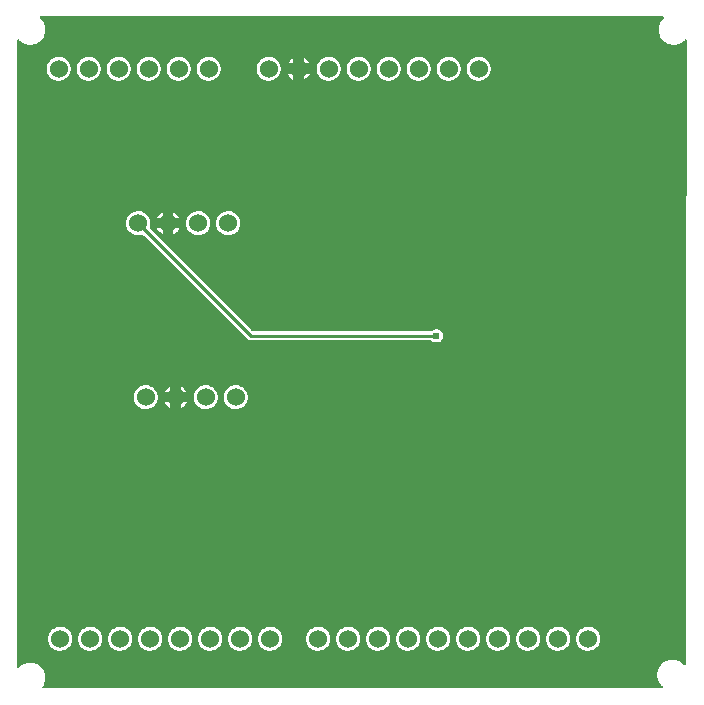
<source format=gbl>
G04 Layer: BottomLayer*
G04 EasyEDA v6.5.14, 2022-08-24 20:25:52*
G04 37d94133e9fb4008a465715c89777dd1,10*
G04 Gerber Generator version 0.2*
G04 Scale: 100 percent, Rotated: No, Reflected: No *
G04 Dimensions in millimeters *
G04 leading zeros omitted , absolute positions ,4 integer and 5 decimal *
%FSLAX45Y45*%
%MOMM*%

%ADD10C,0.2540*%
%ADD11C,1.5240*%
%ADD12C,0.6100*%

%LPD*%
G36*
X6437477Y5003800D02*
G01*
X6433108Y5004816D01*
X6429552Y5007610D01*
X6427571Y5011623D01*
X6427571Y5016144D01*
X6429502Y5020259D01*
X6437477Y5033467D01*
X6443827Y5047488D01*
X6448399Y5062169D01*
X6451142Y5077307D01*
X6452108Y5092700D01*
X6451142Y5108092D01*
X6448399Y5123230D01*
X6443827Y5137912D01*
X6437477Y5151932D01*
X6429502Y5165140D01*
X6420002Y5177231D01*
X6409131Y5188102D01*
X6397040Y5197602D01*
X6383832Y5205577D01*
X6369812Y5211927D01*
X6355130Y5216499D01*
X6339992Y5219242D01*
X6324600Y5220208D01*
X6309207Y5219242D01*
X6294069Y5216499D01*
X6279388Y5211927D01*
X6265367Y5205577D01*
X6252159Y5197602D01*
X6240068Y5188102D01*
X6228943Y5176977D01*
X6225794Y5174284D01*
X6221780Y5173116D01*
X6217666Y5173624D01*
X6214059Y5175758D01*
X6211671Y5179161D01*
X6210808Y5183225D01*
X6210808Y10488574D01*
X6211671Y10492638D01*
X6214059Y10496042D01*
X6217666Y10498175D01*
X6221780Y10498683D01*
X6225794Y10497515D01*
X6229197Y10494568D01*
X6240068Y10483697D01*
X6252159Y10474198D01*
X6265367Y10466222D01*
X6279388Y10459872D01*
X6294069Y10455300D01*
X6309207Y10452557D01*
X6324600Y10451592D01*
X6339992Y10452557D01*
X6355130Y10455300D01*
X6369812Y10459872D01*
X6383832Y10466222D01*
X6397040Y10474198D01*
X6409131Y10483697D01*
X6420002Y10494568D01*
X6429502Y10506659D01*
X6437477Y10519867D01*
X6443827Y10533888D01*
X6448399Y10548569D01*
X6451142Y10563707D01*
X6452108Y10579100D01*
X6451142Y10594492D01*
X6448399Y10609630D01*
X6443827Y10624312D01*
X6437477Y10638332D01*
X6429502Y10651540D01*
X6420002Y10663631D01*
X6408877Y10674756D01*
X6406184Y10677906D01*
X6405016Y10681919D01*
X6405524Y10686034D01*
X6407658Y10689640D01*
X6411061Y10692028D01*
X6415125Y10692892D01*
X11682374Y10692892D01*
X11686438Y10692028D01*
X11689842Y10689640D01*
X11691975Y10686034D01*
X11692483Y10681919D01*
X11691315Y10677906D01*
X11688368Y10674502D01*
X11677497Y10663631D01*
X11667998Y10651540D01*
X11660022Y10638332D01*
X11653672Y10624312D01*
X11649100Y10609630D01*
X11646357Y10594492D01*
X11645392Y10579100D01*
X11646357Y10563707D01*
X11649100Y10548569D01*
X11653672Y10533888D01*
X11660022Y10519867D01*
X11667998Y10506659D01*
X11677497Y10494568D01*
X11688368Y10483697D01*
X11700459Y10474198D01*
X11713667Y10466222D01*
X11727688Y10459872D01*
X11742369Y10455300D01*
X11757507Y10452557D01*
X11772900Y10451592D01*
X11788292Y10452557D01*
X11803430Y10455300D01*
X11818112Y10459872D01*
X11832132Y10466222D01*
X11845340Y10474198D01*
X11857431Y10483697D01*
X11868353Y10494568D01*
X11871655Y10496753D01*
X11875516Y10497515D01*
X11879427Y10496753D01*
X11882729Y10494518D01*
X11884914Y10491216D01*
X11885676Y10487355D01*
X11873992Y7836052D01*
X11873992Y5208625D01*
X11873128Y5204561D01*
X11870740Y5201158D01*
X11867134Y5199024D01*
X11863019Y5198516D01*
X11859006Y5199684D01*
X11855602Y5202631D01*
X11844731Y5213502D01*
X11832640Y5223002D01*
X11819432Y5230977D01*
X11805412Y5237327D01*
X11790730Y5241899D01*
X11775592Y5244642D01*
X11760200Y5245608D01*
X11744807Y5244642D01*
X11729669Y5241899D01*
X11714988Y5237327D01*
X11700967Y5230977D01*
X11687759Y5223002D01*
X11675668Y5213502D01*
X11664797Y5202631D01*
X11655298Y5190540D01*
X11647322Y5177332D01*
X11640972Y5163312D01*
X11636400Y5148630D01*
X11633657Y5133492D01*
X11632692Y5118100D01*
X11633657Y5102707D01*
X11636400Y5087569D01*
X11640972Y5072888D01*
X11647322Y5058867D01*
X11655298Y5045659D01*
X11664797Y5033568D01*
X11675668Y5022697D01*
X11679275Y5018786D01*
X11680444Y5014772D01*
X11679885Y5010658D01*
X11677751Y5007051D01*
X11674398Y5004663D01*
X11670284Y5003800D01*
G37*

%LPC*%
G36*
X8506104Y10293350D02*
G01*
X8553450Y10293350D01*
X8553450Y10340695D01*
X8542985Y10334955D01*
X8532012Y10326878D01*
X8522208Y10317378D01*
X8513724Y10306659D01*
X8506764Y10294924D01*
G37*
G36*
X9775596Y5320893D02*
G01*
X9789210Y5321350D01*
X9802672Y5323586D01*
X9815677Y5327650D01*
X9828072Y5333390D01*
X9839553Y5340705D01*
X9849967Y5349494D01*
X9859111Y5359654D01*
X9866833Y5370880D01*
X9872980Y5383022D01*
X9877450Y5395925D01*
X9880193Y5409285D01*
X9881108Y5422900D01*
X9880193Y5436514D01*
X9877450Y5449874D01*
X9872980Y5462778D01*
X9866833Y5474919D01*
X9859111Y5486146D01*
X9849967Y5496306D01*
X9839553Y5505094D01*
X9828072Y5512409D01*
X9815677Y5518150D01*
X9802672Y5522214D01*
X9789210Y5524449D01*
X9775596Y5524906D01*
X9762032Y5523585D01*
X9748774Y5520385D01*
X9736023Y5515508D01*
X9724085Y5508955D01*
X9713112Y5500878D01*
X9703308Y5491378D01*
X9694824Y5480659D01*
X9687864Y5468924D01*
X9682581Y5456377D01*
X9678974Y5443220D01*
X9677146Y5429707D01*
X9677146Y5416092D01*
X9678974Y5402580D01*
X9682581Y5389422D01*
X9687864Y5376875D01*
X9694824Y5365140D01*
X9703308Y5354421D01*
X9713112Y5344922D01*
X9724085Y5336844D01*
X9736023Y5330291D01*
X9748774Y5325414D01*
X9762032Y5322214D01*
G37*
G36*
X7591196Y5320893D02*
G01*
X7604810Y5321350D01*
X7618272Y5323586D01*
X7631277Y5327650D01*
X7643672Y5333390D01*
X7655153Y5340705D01*
X7665567Y5349494D01*
X7674711Y5359654D01*
X7682433Y5370880D01*
X7688580Y5383022D01*
X7693050Y5395925D01*
X7695793Y5409285D01*
X7696708Y5422900D01*
X7695793Y5436514D01*
X7693050Y5449874D01*
X7688580Y5462778D01*
X7682433Y5474919D01*
X7674711Y5486146D01*
X7665567Y5496306D01*
X7655153Y5505094D01*
X7643672Y5512409D01*
X7631277Y5518150D01*
X7618272Y5522214D01*
X7604810Y5524449D01*
X7591196Y5524906D01*
X7577632Y5523585D01*
X7564374Y5520385D01*
X7551623Y5515508D01*
X7539685Y5508955D01*
X7528712Y5500878D01*
X7518908Y5491378D01*
X7510424Y5480659D01*
X7503464Y5468924D01*
X7498181Y5456377D01*
X7494574Y5443220D01*
X7492746Y5429707D01*
X7492746Y5416092D01*
X7494574Y5402580D01*
X7498181Y5389422D01*
X7503464Y5376875D01*
X7510424Y5365140D01*
X7518908Y5354421D01*
X7528712Y5344922D01*
X7539685Y5336844D01*
X7551623Y5330291D01*
X7564374Y5325414D01*
X7577632Y5322214D01*
G37*
G36*
X10029596Y5320893D02*
G01*
X10043210Y5321350D01*
X10056672Y5323586D01*
X10069677Y5327650D01*
X10082072Y5333390D01*
X10093553Y5340705D01*
X10103967Y5349494D01*
X10113111Y5359654D01*
X10120833Y5370880D01*
X10126980Y5383022D01*
X10131450Y5395925D01*
X10134193Y5409285D01*
X10135108Y5422900D01*
X10134193Y5436514D01*
X10131450Y5449874D01*
X10126980Y5462778D01*
X10120833Y5474919D01*
X10113111Y5486146D01*
X10103967Y5496306D01*
X10093553Y5505094D01*
X10082072Y5512409D01*
X10069677Y5518150D01*
X10056672Y5522214D01*
X10043210Y5524449D01*
X10029596Y5524906D01*
X10016032Y5523585D01*
X10002774Y5520385D01*
X9990023Y5515508D01*
X9978085Y5508955D01*
X9967112Y5500878D01*
X9957308Y5491378D01*
X9948824Y5480659D01*
X9941864Y5468924D01*
X9936581Y5456377D01*
X9932974Y5443220D01*
X9931146Y5429707D01*
X9931146Y5416092D01*
X9932974Y5402580D01*
X9936581Y5389422D01*
X9941864Y5376875D01*
X9948824Y5365140D01*
X9957308Y5354421D01*
X9967112Y5344922D01*
X9978085Y5336844D01*
X9990023Y5330291D01*
X10002774Y5325414D01*
X10016032Y5322214D01*
G37*
G36*
X7337196Y5320893D02*
G01*
X7350810Y5321350D01*
X7364272Y5323586D01*
X7377277Y5327650D01*
X7389672Y5333390D01*
X7401153Y5340705D01*
X7411567Y5349494D01*
X7420711Y5359654D01*
X7428433Y5370880D01*
X7434580Y5383022D01*
X7439050Y5395925D01*
X7441793Y5409285D01*
X7442708Y5422900D01*
X7441793Y5436514D01*
X7439050Y5449874D01*
X7434580Y5462778D01*
X7428433Y5474919D01*
X7420711Y5486146D01*
X7411567Y5496306D01*
X7401153Y5505094D01*
X7389672Y5512409D01*
X7377277Y5518150D01*
X7364272Y5522214D01*
X7350810Y5524449D01*
X7337196Y5524906D01*
X7323632Y5523585D01*
X7310374Y5520385D01*
X7297623Y5515508D01*
X7285685Y5508955D01*
X7274712Y5500878D01*
X7264908Y5491378D01*
X7256424Y5480659D01*
X7249464Y5468924D01*
X7244181Y5456377D01*
X7240574Y5443220D01*
X7238746Y5429707D01*
X7238746Y5416092D01*
X7240574Y5402580D01*
X7244181Y5389422D01*
X7249464Y5376875D01*
X7256424Y5365140D01*
X7264908Y5354421D01*
X7274712Y5344922D01*
X7285685Y5336844D01*
X7297623Y5330291D01*
X7310374Y5325414D01*
X7323632Y5322214D01*
G37*
G36*
X10283596Y5320893D02*
G01*
X10297210Y5321350D01*
X10310672Y5323586D01*
X10323677Y5327650D01*
X10336072Y5333390D01*
X10347553Y5340705D01*
X10357967Y5349494D01*
X10367111Y5359654D01*
X10374833Y5370880D01*
X10380980Y5383022D01*
X10385450Y5395925D01*
X10388193Y5409285D01*
X10389108Y5422900D01*
X10388193Y5436514D01*
X10385450Y5449874D01*
X10380980Y5462778D01*
X10374833Y5474919D01*
X10367111Y5486146D01*
X10357967Y5496306D01*
X10347553Y5505094D01*
X10336072Y5512409D01*
X10323677Y5518150D01*
X10310672Y5522214D01*
X10297210Y5524449D01*
X10283596Y5524906D01*
X10270032Y5523585D01*
X10256774Y5520385D01*
X10244023Y5515508D01*
X10232085Y5508955D01*
X10221112Y5500878D01*
X10211308Y5491378D01*
X10202824Y5480659D01*
X10195864Y5468924D01*
X10190581Y5456377D01*
X10186974Y5443220D01*
X10185146Y5429707D01*
X10185146Y5416092D01*
X10186974Y5402580D01*
X10190581Y5389422D01*
X10195864Y5376875D01*
X10202824Y5365140D01*
X10211308Y5354421D01*
X10221112Y5344922D01*
X10232085Y5336844D01*
X10244023Y5330291D01*
X10256774Y5325414D01*
X10270032Y5322214D01*
G37*
G36*
X9521596Y5320893D02*
G01*
X9535210Y5321350D01*
X9548672Y5323586D01*
X9561677Y5327650D01*
X9574072Y5333390D01*
X9585553Y5340705D01*
X9595967Y5349494D01*
X9605111Y5359654D01*
X9612833Y5370880D01*
X9618980Y5383022D01*
X9623450Y5395925D01*
X9626193Y5409285D01*
X9627108Y5422900D01*
X9626193Y5436514D01*
X9623450Y5449874D01*
X9618980Y5462778D01*
X9612833Y5474919D01*
X9605111Y5486146D01*
X9595967Y5496306D01*
X9585553Y5505094D01*
X9574072Y5512409D01*
X9561677Y5518150D01*
X9548672Y5522214D01*
X9535210Y5524449D01*
X9521596Y5524906D01*
X9508032Y5523585D01*
X9494774Y5520385D01*
X9482023Y5515508D01*
X9470085Y5508955D01*
X9459112Y5500878D01*
X9449308Y5491378D01*
X9440824Y5480659D01*
X9433864Y5468924D01*
X9428581Y5456377D01*
X9424974Y5443220D01*
X9423146Y5429707D01*
X9423146Y5416092D01*
X9424974Y5402580D01*
X9428581Y5389422D01*
X9433864Y5376875D01*
X9440824Y5365140D01*
X9449308Y5354421D01*
X9459112Y5344922D01*
X9470085Y5336844D01*
X9482023Y5330291D01*
X9494774Y5325414D01*
X9508032Y5322214D01*
G37*
G36*
X8099196Y5320893D02*
G01*
X8112810Y5321350D01*
X8126272Y5323586D01*
X8139277Y5327650D01*
X8151672Y5333390D01*
X8163153Y5340705D01*
X8173567Y5349494D01*
X8182711Y5359654D01*
X8190433Y5370880D01*
X8196580Y5383022D01*
X8201050Y5395925D01*
X8203793Y5409285D01*
X8204708Y5422900D01*
X8203793Y5436514D01*
X8201050Y5449874D01*
X8196580Y5462778D01*
X8190433Y5474919D01*
X8182711Y5486146D01*
X8173567Y5496306D01*
X8163153Y5505094D01*
X8151672Y5512409D01*
X8139277Y5518150D01*
X8126272Y5522214D01*
X8112810Y5524449D01*
X8099196Y5524906D01*
X8085632Y5523585D01*
X8072374Y5520385D01*
X8059623Y5515508D01*
X8047685Y5508955D01*
X8036712Y5500878D01*
X8026908Y5491378D01*
X8018424Y5480659D01*
X8011464Y5468924D01*
X8006181Y5456377D01*
X8002574Y5443220D01*
X8000746Y5429707D01*
X8000746Y5416092D01*
X8002574Y5402580D01*
X8006181Y5389422D01*
X8011464Y5376875D01*
X8018424Y5365140D01*
X8026908Y5354421D01*
X8036712Y5344922D01*
X8047685Y5336844D01*
X8059623Y5330291D01*
X8072374Y5325414D01*
X8085632Y5322214D01*
G37*
G36*
X9267596Y5320893D02*
G01*
X9281210Y5321350D01*
X9294672Y5323586D01*
X9307677Y5327650D01*
X9320072Y5333390D01*
X9331553Y5340705D01*
X9341967Y5349494D01*
X9351111Y5359654D01*
X9358833Y5370880D01*
X9364980Y5383022D01*
X9369450Y5395925D01*
X9372193Y5409285D01*
X9373108Y5422900D01*
X9372193Y5436514D01*
X9369450Y5449874D01*
X9364980Y5462778D01*
X9358833Y5474919D01*
X9351111Y5486146D01*
X9341967Y5496306D01*
X9331553Y5505094D01*
X9320072Y5512409D01*
X9307677Y5518150D01*
X9294672Y5522214D01*
X9281210Y5524449D01*
X9267596Y5524906D01*
X9254032Y5523585D01*
X9240774Y5520385D01*
X9228023Y5515508D01*
X9216085Y5508955D01*
X9205112Y5500878D01*
X9195308Y5491378D01*
X9186824Y5480659D01*
X9179864Y5468924D01*
X9174581Y5456377D01*
X9170974Y5443220D01*
X9169146Y5429707D01*
X9169146Y5416092D01*
X9170974Y5402580D01*
X9174581Y5389422D01*
X9179864Y5376875D01*
X9186824Y5365140D01*
X9195308Y5354421D01*
X9205112Y5344922D01*
X9216085Y5336844D01*
X9228023Y5330291D01*
X9240774Y5325414D01*
X9254032Y5322214D01*
G37*
G36*
X7083196Y5320893D02*
G01*
X7096810Y5321350D01*
X7110272Y5323586D01*
X7123277Y5327650D01*
X7135672Y5333390D01*
X7147153Y5340705D01*
X7157567Y5349494D01*
X7166711Y5359654D01*
X7174433Y5370880D01*
X7180580Y5383022D01*
X7185050Y5395925D01*
X7187793Y5409285D01*
X7188708Y5422900D01*
X7187793Y5436514D01*
X7185050Y5449874D01*
X7180580Y5462778D01*
X7174433Y5474919D01*
X7166711Y5486146D01*
X7157567Y5496306D01*
X7147153Y5505094D01*
X7135672Y5512409D01*
X7123277Y5518150D01*
X7110272Y5522214D01*
X7096810Y5524449D01*
X7083196Y5524906D01*
X7069632Y5523585D01*
X7056374Y5520385D01*
X7043623Y5515508D01*
X7031685Y5508955D01*
X7020712Y5500878D01*
X7010908Y5491378D01*
X7002424Y5480659D01*
X6995464Y5468924D01*
X6990181Y5456377D01*
X6986574Y5443220D01*
X6984746Y5429707D01*
X6984746Y5416092D01*
X6986574Y5402580D01*
X6990181Y5389422D01*
X6995464Y5376875D01*
X7002424Y5365140D01*
X7010908Y5354421D01*
X7020712Y5344922D01*
X7031685Y5336844D01*
X7043623Y5330291D01*
X7056374Y5325414D01*
X7069632Y5322214D01*
G37*
G36*
X10537596Y5320893D02*
G01*
X10551210Y5321350D01*
X10564672Y5323586D01*
X10577677Y5327650D01*
X10590072Y5333390D01*
X10601553Y5340705D01*
X10611967Y5349494D01*
X10621111Y5359654D01*
X10628833Y5370880D01*
X10634980Y5383022D01*
X10639450Y5395925D01*
X10642193Y5409285D01*
X10643108Y5422900D01*
X10642193Y5436514D01*
X10639450Y5449874D01*
X10634980Y5462778D01*
X10628833Y5474919D01*
X10621111Y5486146D01*
X10611967Y5496306D01*
X10601553Y5505094D01*
X10590072Y5512409D01*
X10577677Y5518150D01*
X10564672Y5522214D01*
X10551210Y5524449D01*
X10537596Y5524906D01*
X10524032Y5523585D01*
X10510774Y5520385D01*
X10498023Y5515508D01*
X10486085Y5508955D01*
X10475112Y5500878D01*
X10465308Y5491378D01*
X10456824Y5480659D01*
X10449864Y5468924D01*
X10444581Y5456377D01*
X10440974Y5443220D01*
X10439146Y5429707D01*
X10439146Y5416092D01*
X10440974Y5402580D01*
X10444581Y5389422D01*
X10449864Y5376875D01*
X10456824Y5365140D01*
X10465308Y5354421D01*
X10475112Y5344922D01*
X10486085Y5336844D01*
X10498023Y5330291D01*
X10510774Y5325414D01*
X10524032Y5322214D01*
G37*
G36*
X8353196Y5320893D02*
G01*
X8366810Y5321350D01*
X8380272Y5323586D01*
X8393277Y5327650D01*
X8405672Y5333390D01*
X8417153Y5340705D01*
X8427567Y5349494D01*
X8436711Y5359654D01*
X8444433Y5370880D01*
X8450580Y5383022D01*
X8455050Y5395925D01*
X8457793Y5409285D01*
X8458708Y5422900D01*
X8457793Y5436514D01*
X8455050Y5449874D01*
X8450580Y5462778D01*
X8444433Y5474919D01*
X8436711Y5486146D01*
X8427567Y5496306D01*
X8417153Y5505094D01*
X8405672Y5512409D01*
X8393277Y5518150D01*
X8380272Y5522214D01*
X8366810Y5524449D01*
X8353196Y5524906D01*
X8339632Y5523585D01*
X8326374Y5520385D01*
X8313623Y5515508D01*
X8301685Y5508955D01*
X8290712Y5500878D01*
X8280908Y5491378D01*
X8272424Y5480659D01*
X8265464Y5468924D01*
X8260181Y5456377D01*
X8256574Y5443220D01*
X8254746Y5429707D01*
X8254746Y5416092D01*
X8256574Y5402580D01*
X8260181Y5389422D01*
X8265464Y5376875D01*
X8272424Y5365140D01*
X8280908Y5354421D01*
X8290712Y5344922D01*
X8301685Y5336844D01*
X8313623Y5330291D01*
X8326374Y5325414D01*
X8339632Y5322214D01*
G37*
G36*
X9013596Y5320893D02*
G01*
X9027210Y5321350D01*
X9040672Y5323586D01*
X9053677Y5327650D01*
X9066072Y5333390D01*
X9077553Y5340705D01*
X9087967Y5349494D01*
X9097111Y5359654D01*
X9104833Y5370880D01*
X9110980Y5383022D01*
X9115450Y5395925D01*
X9118193Y5409285D01*
X9119108Y5422900D01*
X9118193Y5436514D01*
X9115450Y5449874D01*
X9110980Y5462778D01*
X9104833Y5474919D01*
X9097111Y5486146D01*
X9087967Y5496306D01*
X9077553Y5505094D01*
X9066072Y5512409D01*
X9053677Y5518150D01*
X9040672Y5522214D01*
X9027210Y5524449D01*
X9013596Y5524906D01*
X9000032Y5523585D01*
X8986774Y5520385D01*
X8974023Y5515508D01*
X8962085Y5508955D01*
X8951112Y5500878D01*
X8941308Y5491378D01*
X8932824Y5480659D01*
X8925864Y5468924D01*
X8920581Y5456377D01*
X8916974Y5443220D01*
X8915146Y5429707D01*
X8915146Y5416092D01*
X8916974Y5402580D01*
X8920581Y5389422D01*
X8925864Y5376875D01*
X8932824Y5365140D01*
X8941308Y5354421D01*
X8951112Y5344922D01*
X8962085Y5336844D01*
X8974023Y5330291D01*
X8986774Y5325414D01*
X9000032Y5322214D01*
G37*
G36*
X8759596Y5320893D02*
G01*
X8773210Y5321350D01*
X8786672Y5323586D01*
X8799677Y5327650D01*
X8812072Y5333390D01*
X8823553Y5340705D01*
X8833967Y5349494D01*
X8843111Y5359654D01*
X8850833Y5370880D01*
X8856980Y5383022D01*
X8861450Y5395925D01*
X8864193Y5409285D01*
X8865108Y5422900D01*
X8864193Y5436514D01*
X8861450Y5449874D01*
X8856980Y5462778D01*
X8850833Y5474919D01*
X8843111Y5486146D01*
X8833967Y5496306D01*
X8823553Y5505094D01*
X8812072Y5512409D01*
X8799677Y5518150D01*
X8786672Y5522214D01*
X8773210Y5524449D01*
X8759596Y5524906D01*
X8746032Y5523585D01*
X8732774Y5520385D01*
X8720023Y5515508D01*
X8708085Y5508955D01*
X8697112Y5500878D01*
X8687308Y5491378D01*
X8678824Y5480659D01*
X8671864Y5468924D01*
X8666581Y5456377D01*
X8662974Y5443220D01*
X8661146Y5429707D01*
X8661146Y5416092D01*
X8662974Y5402580D01*
X8666581Y5389422D01*
X8671864Y5376875D01*
X8678824Y5365140D01*
X8687308Y5354421D01*
X8697112Y5344922D01*
X8708085Y5336844D01*
X8720023Y5330291D01*
X8732774Y5325414D01*
X8746032Y5322214D01*
G37*
G36*
X6829196Y5320893D02*
G01*
X6842810Y5321350D01*
X6856272Y5323586D01*
X6869277Y5327650D01*
X6881672Y5333390D01*
X6893153Y5340705D01*
X6903567Y5349494D01*
X6912711Y5359654D01*
X6920433Y5370880D01*
X6926580Y5383022D01*
X6931050Y5395925D01*
X6933793Y5409285D01*
X6934708Y5422900D01*
X6933793Y5436514D01*
X6931050Y5449874D01*
X6926580Y5462778D01*
X6920433Y5474919D01*
X6912711Y5486146D01*
X6903567Y5496306D01*
X6893153Y5505094D01*
X6881672Y5512409D01*
X6869277Y5518150D01*
X6856272Y5522214D01*
X6842810Y5524449D01*
X6829196Y5524906D01*
X6815632Y5523585D01*
X6802374Y5520385D01*
X6789623Y5515508D01*
X6777685Y5508955D01*
X6766712Y5500878D01*
X6756908Y5491378D01*
X6748424Y5480659D01*
X6741464Y5468924D01*
X6736181Y5456377D01*
X6732574Y5443220D01*
X6730746Y5429707D01*
X6730746Y5416092D01*
X6732574Y5402580D01*
X6736181Y5389422D01*
X6741464Y5376875D01*
X6748424Y5365140D01*
X6756908Y5354421D01*
X6766712Y5344922D01*
X6777685Y5336844D01*
X6789623Y5330291D01*
X6802374Y5325414D01*
X6815632Y5322214D01*
G37*
G36*
X10791596Y5320893D02*
G01*
X10805210Y5321350D01*
X10818672Y5323586D01*
X10831677Y5327650D01*
X10844072Y5333390D01*
X10855553Y5340705D01*
X10865967Y5349494D01*
X10875111Y5359654D01*
X10882833Y5370880D01*
X10888980Y5383022D01*
X10893450Y5395925D01*
X10896193Y5409285D01*
X10897108Y5422900D01*
X10896193Y5436514D01*
X10893450Y5449874D01*
X10888980Y5462778D01*
X10882833Y5474919D01*
X10875111Y5486146D01*
X10865967Y5496306D01*
X10855553Y5505094D01*
X10844072Y5512409D01*
X10831677Y5518150D01*
X10818672Y5522214D01*
X10805210Y5524449D01*
X10791596Y5524906D01*
X10778032Y5523585D01*
X10764774Y5520385D01*
X10752023Y5515508D01*
X10740085Y5508955D01*
X10729112Y5500878D01*
X10719308Y5491378D01*
X10710824Y5480659D01*
X10703864Y5468924D01*
X10698581Y5456377D01*
X10694974Y5443220D01*
X10693146Y5429707D01*
X10693146Y5416092D01*
X10694974Y5402580D01*
X10698581Y5389422D01*
X10703864Y5376875D01*
X10710824Y5365140D01*
X10719308Y5354421D01*
X10729112Y5344922D01*
X10740085Y5336844D01*
X10752023Y5330291D01*
X10764774Y5325414D01*
X10778032Y5322214D01*
G37*
G36*
X11045596Y5320893D02*
G01*
X11059210Y5321350D01*
X11072672Y5323586D01*
X11085677Y5327650D01*
X11098072Y5333390D01*
X11109553Y5340705D01*
X11119967Y5349494D01*
X11129111Y5359654D01*
X11136833Y5370880D01*
X11142980Y5383022D01*
X11147450Y5395925D01*
X11150193Y5409285D01*
X11151108Y5422900D01*
X11150193Y5436514D01*
X11147450Y5449874D01*
X11142980Y5462778D01*
X11136833Y5474919D01*
X11129111Y5486146D01*
X11119967Y5496306D01*
X11109553Y5505094D01*
X11098072Y5512409D01*
X11085677Y5518150D01*
X11072672Y5522214D01*
X11059210Y5524449D01*
X11045596Y5524906D01*
X11032032Y5523585D01*
X11018774Y5520385D01*
X11006023Y5515508D01*
X10994085Y5508955D01*
X10983112Y5500878D01*
X10973308Y5491378D01*
X10964824Y5480659D01*
X10957864Y5468924D01*
X10952581Y5456377D01*
X10948974Y5443220D01*
X10947146Y5429707D01*
X10947146Y5416092D01*
X10948974Y5402580D01*
X10952581Y5389422D01*
X10957864Y5376875D01*
X10964824Y5365140D01*
X10973308Y5354421D01*
X10983112Y5344922D01*
X10994085Y5336844D01*
X11006023Y5330291D01*
X11018774Y5325414D01*
X11032032Y5322214D01*
G37*
G36*
X6575196Y5320893D02*
G01*
X6588810Y5321350D01*
X6602272Y5323586D01*
X6615277Y5327650D01*
X6627672Y5333390D01*
X6639153Y5340705D01*
X6649567Y5349494D01*
X6658711Y5359654D01*
X6666433Y5370880D01*
X6672580Y5383022D01*
X6677050Y5395925D01*
X6679793Y5409285D01*
X6680708Y5422900D01*
X6679793Y5436514D01*
X6677050Y5449874D01*
X6672580Y5462778D01*
X6666433Y5474919D01*
X6658711Y5486146D01*
X6649567Y5496306D01*
X6639153Y5505094D01*
X6627672Y5512409D01*
X6615277Y5518150D01*
X6602272Y5522214D01*
X6588810Y5524449D01*
X6575196Y5524906D01*
X6561632Y5523585D01*
X6548374Y5520385D01*
X6535623Y5515508D01*
X6523685Y5508955D01*
X6512712Y5500878D01*
X6502907Y5491378D01*
X6494424Y5480659D01*
X6487464Y5468924D01*
X6482181Y5456377D01*
X6478574Y5443220D01*
X6476746Y5429707D01*
X6476746Y5416092D01*
X6478574Y5402580D01*
X6482181Y5389422D01*
X6487464Y5376875D01*
X6494424Y5365140D01*
X6502907Y5354421D01*
X6512712Y5344922D01*
X6523685Y5336844D01*
X6535623Y5330291D01*
X6548374Y5325414D01*
X6561632Y5322214D01*
G37*
G36*
X7807096Y7365593D02*
G01*
X7820710Y7366050D01*
X7834172Y7368286D01*
X7847177Y7372350D01*
X7859572Y7378090D01*
X7871053Y7385405D01*
X7881467Y7394194D01*
X7890611Y7404353D01*
X7898333Y7415580D01*
X7904480Y7427722D01*
X7908950Y7440625D01*
X7911693Y7453985D01*
X7912608Y7467600D01*
X7911693Y7481214D01*
X7908950Y7494574D01*
X7904480Y7507478D01*
X7898333Y7519619D01*
X7890611Y7530846D01*
X7881467Y7541006D01*
X7871053Y7549794D01*
X7859572Y7557109D01*
X7847177Y7562850D01*
X7834172Y7566914D01*
X7820710Y7569149D01*
X7807096Y7569606D01*
X7793532Y7568285D01*
X7780274Y7565085D01*
X7767523Y7560208D01*
X7755585Y7553655D01*
X7744612Y7545578D01*
X7734808Y7536078D01*
X7726324Y7525359D01*
X7719364Y7513624D01*
X7714081Y7501077D01*
X7710474Y7487920D01*
X7708646Y7474407D01*
X7708646Y7460792D01*
X7710474Y7447280D01*
X7714081Y7434122D01*
X7719364Y7421575D01*
X7726324Y7409840D01*
X7734808Y7399121D01*
X7744612Y7389622D01*
X7755585Y7381544D01*
X7767523Y7374991D01*
X7780274Y7370114D01*
X7793532Y7366914D01*
G37*
G36*
X8061096Y7365593D02*
G01*
X8074710Y7366050D01*
X8088172Y7368286D01*
X8101177Y7372350D01*
X8113572Y7378090D01*
X8125053Y7385405D01*
X8135467Y7394194D01*
X8144611Y7404353D01*
X8152333Y7415580D01*
X8158480Y7427722D01*
X8162950Y7440625D01*
X8165693Y7453985D01*
X8166608Y7467600D01*
X8165693Y7481214D01*
X8162950Y7494574D01*
X8158480Y7507478D01*
X8152333Y7519619D01*
X8144611Y7530846D01*
X8135467Y7541006D01*
X8125053Y7549794D01*
X8113572Y7557109D01*
X8101177Y7562850D01*
X8088172Y7566914D01*
X8074710Y7569149D01*
X8061096Y7569606D01*
X8047532Y7568285D01*
X8034274Y7565085D01*
X8021523Y7560208D01*
X8009585Y7553655D01*
X7998612Y7545578D01*
X7988808Y7536078D01*
X7980324Y7525359D01*
X7973364Y7513624D01*
X7968081Y7501077D01*
X7964474Y7487920D01*
X7962646Y7474407D01*
X7962646Y7460792D01*
X7964474Y7447280D01*
X7968081Y7434122D01*
X7973364Y7421575D01*
X7980324Y7409840D01*
X7988808Y7399121D01*
X7998612Y7389622D01*
X8009585Y7381544D01*
X8021523Y7374991D01*
X8034274Y7370114D01*
X8047532Y7366914D01*
G37*
G36*
X7299096Y7365593D02*
G01*
X7312710Y7366050D01*
X7326172Y7368286D01*
X7339177Y7372350D01*
X7351572Y7378090D01*
X7363053Y7385405D01*
X7373467Y7394194D01*
X7382611Y7404353D01*
X7390333Y7415580D01*
X7396480Y7427722D01*
X7400950Y7440625D01*
X7403693Y7453985D01*
X7404608Y7467600D01*
X7403693Y7481214D01*
X7400950Y7494574D01*
X7396480Y7507478D01*
X7390333Y7519619D01*
X7382611Y7530846D01*
X7373467Y7541006D01*
X7363053Y7549794D01*
X7351572Y7557109D01*
X7339177Y7562850D01*
X7326172Y7566914D01*
X7312710Y7569149D01*
X7299096Y7569606D01*
X7285532Y7568285D01*
X7272274Y7565085D01*
X7259523Y7560208D01*
X7247585Y7553655D01*
X7236612Y7545578D01*
X7226808Y7536078D01*
X7218324Y7525359D01*
X7211364Y7513624D01*
X7206081Y7501077D01*
X7202474Y7487920D01*
X7200646Y7474407D01*
X7200646Y7460792D01*
X7202474Y7447280D01*
X7206081Y7434122D01*
X7211364Y7421575D01*
X7218324Y7409840D01*
X7226808Y7399121D01*
X7236612Y7389622D01*
X7247585Y7381544D01*
X7259523Y7374991D01*
X7272274Y7370114D01*
X7285532Y7366914D01*
G37*
G36*
X7512050Y7375804D02*
G01*
X7512050Y7423150D01*
X7464704Y7423150D01*
X7465364Y7421575D01*
X7472324Y7409840D01*
X7480808Y7399121D01*
X7490612Y7389622D01*
X7501585Y7381544D01*
G37*
G36*
X7600950Y7375956D02*
G01*
X7605572Y7378090D01*
X7617053Y7385405D01*
X7627467Y7394194D01*
X7636611Y7404353D01*
X7644333Y7415580D01*
X7648143Y7423150D01*
X7600950Y7423150D01*
G37*
G36*
X7600950Y7512050D02*
G01*
X7648143Y7512050D01*
X7644333Y7519619D01*
X7636611Y7530846D01*
X7627467Y7541006D01*
X7617053Y7549794D01*
X7605572Y7557109D01*
X7600950Y7559243D01*
G37*
G36*
X7845196Y5320893D02*
G01*
X7858810Y5321350D01*
X7872272Y5323586D01*
X7885277Y5327650D01*
X7897672Y5333390D01*
X7909153Y5340705D01*
X7919567Y5349494D01*
X7928711Y5359654D01*
X7936433Y5370880D01*
X7942580Y5383022D01*
X7947050Y5395925D01*
X7949793Y5409285D01*
X7950708Y5422900D01*
X7949793Y5436514D01*
X7947050Y5449874D01*
X7942580Y5462778D01*
X7936433Y5474919D01*
X7928711Y5486146D01*
X7919567Y5496306D01*
X7909153Y5505094D01*
X7897672Y5512409D01*
X7885277Y5518150D01*
X7872272Y5522214D01*
X7858810Y5524449D01*
X7845196Y5524906D01*
X7831632Y5523585D01*
X7818374Y5520385D01*
X7805623Y5515508D01*
X7793685Y5508955D01*
X7782712Y5500878D01*
X7772908Y5491378D01*
X7764424Y5480659D01*
X7757464Y5468924D01*
X7752181Y5456377D01*
X7748574Y5443220D01*
X7746746Y5429707D01*
X7746746Y5416092D01*
X7748574Y5402580D01*
X7752181Y5389422D01*
X7757464Y5376875D01*
X7764424Y5365140D01*
X7772908Y5354421D01*
X7782712Y5344922D01*
X7793685Y5336844D01*
X7805623Y5330291D01*
X7818374Y5325414D01*
X7831632Y5322214D01*
G37*
G36*
X9762947Y7930997D02*
G01*
X9772700Y7931861D01*
X9782200Y7934401D01*
X9791090Y7938566D01*
X9799167Y7944154D01*
X9806127Y7951114D01*
X9811715Y7959191D01*
X9815880Y7968081D01*
X9818420Y7977581D01*
X9819284Y7987334D01*
X9818420Y7997139D01*
X9815880Y8006638D01*
X9811715Y8015528D01*
X9806127Y8023606D01*
X9799167Y8030565D01*
X9791090Y8036153D01*
X9782200Y8040319D01*
X9772700Y8042859D01*
X9762947Y8043722D01*
X9753142Y8042859D01*
X9743643Y8040319D01*
X9734753Y8036153D01*
X9726676Y8030565D01*
X9725101Y8028940D01*
X9721799Y8026755D01*
X9717887Y8025942D01*
X8212632Y8025942D01*
X8208772Y8026755D01*
X8205470Y8028940D01*
X7337602Y8896807D01*
X7335469Y8899906D01*
X7334656Y8903563D01*
X7335215Y8907322D01*
X7337450Y8913825D01*
X7340193Y8927185D01*
X7341108Y8940800D01*
X7340193Y8954414D01*
X7337450Y8967774D01*
X7332980Y8980678D01*
X7326833Y8992819D01*
X7319111Y9004046D01*
X7309967Y9014206D01*
X7299553Y9022994D01*
X7288072Y9030309D01*
X7275677Y9036050D01*
X7262672Y9040114D01*
X7249210Y9042349D01*
X7235596Y9042806D01*
X7222032Y9041485D01*
X7208774Y9038285D01*
X7196023Y9033408D01*
X7184085Y9026855D01*
X7173112Y9018778D01*
X7163308Y9009278D01*
X7154824Y8998559D01*
X7147864Y8986824D01*
X7142581Y8974277D01*
X7138974Y8961120D01*
X7137146Y8947607D01*
X7137146Y8933992D01*
X7138974Y8920480D01*
X7142581Y8907322D01*
X7147864Y8894775D01*
X7154824Y8883040D01*
X7163308Y8872321D01*
X7173112Y8862822D01*
X7184085Y8854744D01*
X7196023Y8848191D01*
X7208774Y8843314D01*
X7222032Y8840114D01*
X7235596Y8838793D01*
X7249210Y8839250D01*
X7262672Y8841486D01*
X7272883Y8844635D01*
X7276490Y8845092D01*
X7280046Y8844229D01*
X7283043Y8842146D01*
X8164779Y7960410D01*
X8171027Y7955280D01*
X8177682Y7951724D01*
X8184896Y7949539D01*
X8192922Y7948726D01*
X9717887Y7948726D01*
X9721799Y7947964D01*
X9725101Y7945780D01*
X9726676Y7944154D01*
X9734753Y7938566D01*
X9743643Y7934401D01*
X9753142Y7931861D01*
G37*
G36*
X7743596Y8838793D02*
G01*
X7757210Y8839250D01*
X7770672Y8841486D01*
X7783677Y8845550D01*
X7796072Y8851290D01*
X7807553Y8858605D01*
X7817967Y8867394D01*
X7827111Y8877554D01*
X7834833Y8888780D01*
X7840980Y8900922D01*
X7845450Y8913825D01*
X7848193Y8927185D01*
X7849108Y8940800D01*
X7848193Y8954414D01*
X7845450Y8967774D01*
X7840980Y8980678D01*
X7834833Y8992819D01*
X7827111Y9004046D01*
X7817967Y9014206D01*
X7807553Y9022994D01*
X7796072Y9030309D01*
X7783677Y9036050D01*
X7770672Y9040114D01*
X7757210Y9042349D01*
X7743596Y9042806D01*
X7730032Y9041485D01*
X7716774Y9038285D01*
X7704023Y9033408D01*
X7692085Y9026855D01*
X7681112Y9018778D01*
X7671308Y9009278D01*
X7662824Y8998559D01*
X7655864Y8986824D01*
X7650581Y8974277D01*
X7646974Y8961120D01*
X7645146Y8947607D01*
X7645146Y8933992D01*
X7646974Y8920480D01*
X7650581Y8907322D01*
X7655864Y8894775D01*
X7662824Y8883040D01*
X7671308Y8872321D01*
X7681112Y8862822D01*
X7692085Y8854744D01*
X7704023Y8848191D01*
X7716774Y8843314D01*
X7730032Y8840114D01*
G37*
G36*
X7997596Y8838793D02*
G01*
X8011210Y8839250D01*
X8024672Y8841486D01*
X8037677Y8845550D01*
X8050072Y8851290D01*
X8061553Y8858605D01*
X8071967Y8867394D01*
X8081111Y8877554D01*
X8088833Y8888780D01*
X8094980Y8900922D01*
X8099450Y8913825D01*
X8102193Y8927185D01*
X8103108Y8940800D01*
X8102193Y8954414D01*
X8099450Y8967774D01*
X8094980Y8980678D01*
X8088833Y8992819D01*
X8081111Y9004046D01*
X8071967Y9014206D01*
X8061553Y9022994D01*
X8050072Y9030309D01*
X8037677Y9036050D01*
X8024672Y9040114D01*
X8011210Y9042349D01*
X7997596Y9042806D01*
X7984032Y9041485D01*
X7970774Y9038285D01*
X7958023Y9033408D01*
X7946085Y9026855D01*
X7935112Y9018778D01*
X7925308Y9009278D01*
X7916824Y8998559D01*
X7909864Y8986824D01*
X7904581Y8974277D01*
X7900974Y8961120D01*
X7899146Y8947607D01*
X7899146Y8933992D01*
X7900974Y8920480D01*
X7904581Y8907322D01*
X7909864Y8894775D01*
X7916824Y8883040D01*
X7925308Y8872321D01*
X7935112Y8862822D01*
X7946085Y8854744D01*
X7958023Y8848191D01*
X7970774Y8843314D01*
X7984032Y8840114D01*
G37*
G36*
X7448550Y8849004D02*
G01*
X7448550Y8896350D01*
X7401204Y8896350D01*
X7401864Y8894775D01*
X7408824Y8883040D01*
X7417308Y8872321D01*
X7427112Y8862822D01*
X7438085Y8854744D01*
G37*
G36*
X7537450Y8849156D02*
G01*
X7542072Y8851290D01*
X7553553Y8858605D01*
X7563967Y8867394D01*
X7573111Y8877554D01*
X7580833Y8888780D01*
X7584643Y8896350D01*
X7537450Y8896350D01*
G37*
G36*
X7537450Y8985250D02*
G01*
X7584643Y8985250D01*
X7580833Y8992819D01*
X7573111Y9004046D01*
X7563967Y9014206D01*
X7553553Y9022994D01*
X7542072Y9030309D01*
X7537450Y9032443D01*
G37*
G36*
X7401204Y8985250D02*
G01*
X7448550Y8985250D01*
X7448550Y9032595D01*
X7438085Y9026855D01*
X7427112Y9018778D01*
X7417308Y9009278D01*
X7408824Y8998559D01*
X7401864Y8986824D01*
G37*
G36*
X7832496Y10146893D02*
G01*
X7846110Y10147350D01*
X7859572Y10149586D01*
X7872577Y10153650D01*
X7884972Y10159390D01*
X7896453Y10166705D01*
X7906867Y10175494D01*
X7916011Y10185654D01*
X7923733Y10196880D01*
X7929880Y10209022D01*
X7934350Y10221925D01*
X7937093Y10235285D01*
X7938008Y10248900D01*
X7937093Y10262514D01*
X7934350Y10275874D01*
X7929880Y10288778D01*
X7923733Y10300919D01*
X7916011Y10312146D01*
X7906867Y10322306D01*
X7896453Y10331094D01*
X7884972Y10338409D01*
X7872577Y10344150D01*
X7859572Y10348214D01*
X7846110Y10350449D01*
X7832496Y10350906D01*
X7818932Y10349585D01*
X7805674Y10346385D01*
X7792923Y10341508D01*
X7780985Y10334955D01*
X7770012Y10326878D01*
X7760208Y10317378D01*
X7751724Y10306659D01*
X7744764Y10294924D01*
X7739481Y10282377D01*
X7735874Y10269220D01*
X7734046Y10255707D01*
X7734046Y10242092D01*
X7735874Y10228580D01*
X7739481Y10215422D01*
X7744764Y10202875D01*
X7751724Y10191140D01*
X7760208Y10180421D01*
X7770012Y10170922D01*
X7780985Y10162844D01*
X7792923Y10156291D01*
X7805674Y10151414D01*
X7818932Y10148214D01*
G37*
G36*
X9102496Y10146893D02*
G01*
X9116110Y10147350D01*
X9129572Y10149586D01*
X9142577Y10153650D01*
X9154972Y10159390D01*
X9166453Y10166705D01*
X9176867Y10175494D01*
X9186011Y10185654D01*
X9193733Y10196880D01*
X9199880Y10209022D01*
X9204350Y10221925D01*
X9207093Y10235285D01*
X9208008Y10248900D01*
X9207093Y10262514D01*
X9204350Y10275874D01*
X9199880Y10288778D01*
X9193733Y10300919D01*
X9186011Y10312146D01*
X9176867Y10322306D01*
X9166453Y10331094D01*
X9154972Y10338409D01*
X9142577Y10344150D01*
X9129572Y10348214D01*
X9116110Y10350449D01*
X9102496Y10350906D01*
X9088932Y10349585D01*
X9075674Y10346385D01*
X9062923Y10341508D01*
X9050985Y10334955D01*
X9040012Y10326878D01*
X9030208Y10317378D01*
X9021724Y10306659D01*
X9014764Y10294924D01*
X9009481Y10282377D01*
X9005874Y10269220D01*
X9004046Y10255707D01*
X9004046Y10242092D01*
X9005874Y10228580D01*
X9009481Y10215422D01*
X9014764Y10202875D01*
X9021724Y10191140D01*
X9030208Y10180421D01*
X9040012Y10170922D01*
X9050985Y10162844D01*
X9062923Y10156291D01*
X9075674Y10151414D01*
X9088932Y10148214D01*
G37*
G36*
X7578496Y10146893D02*
G01*
X7592110Y10147350D01*
X7605572Y10149586D01*
X7618577Y10153650D01*
X7630972Y10159390D01*
X7642453Y10166705D01*
X7652867Y10175494D01*
X7662011Y10185654D01*
X7669733Y10196880D01*
X7675880Y10209022D01*
X7680350Y10221925D01*
X7683093Y10235285D01*
X7684008Y10248900D01*
X7683093Y10262514D01*
X7680350Y10275874D01*
X7675880Y10288778D01*
X7669733Y10300919D01*
X7662011Y10312146D01*
X7652867Y10322306D01*
X7642453Y10331094D01*
X7630972Y10338409D01*
X7618577Y10344150D01*
X7605572Y10348214D01*
X7592110Y10350449D01*
X7578496Y10350906D01*
X7564932Y10349585D01*
X7551674Y10346385D01*
X7538923Y10341508D01*
X7526985Y10334955D01*
X7516012Y10326878D01*
X7506208Y10317378D01*
X7497724Y10306659D01*
X7490764Y10294924D01*
X7485481Y10282377D01*
X7481874Y10269220D01*
X7480046Y10255707D01*
X7480046Y10242092D01*
X7481874Y10228580D01*
X7485481Y10215422D01*
X7490764Y10202875D01*
X7497724Y10191140D01*
X7506208Y10180421D01*
X7516012Y10170922D01*
X7526985Y10162844D01*
X7538923Y10156291D01*
X7551674Y10151414D01*
X7564932Y10148214D01*
G37*
G36*
X9356496Y10146893D02*
G01*
X9370110Y10147350D01*
X9383572Y10149586D01*
X9396577Y10153650D01*
X9408972Y10159390D01*
X9420453Y10166705D01*
X9430867Y10175494D01*
X9440011Y10185654D01*
X9447733Y10196880D01*
X9453880Y10209022D01*
X9458350Y10221925D01*
X9461093Y10235285D01*
X9462008Y10248900D01*
X9461093Y10262514D01*
X9458350Y10275874D01*
X9453880Y10288778D01*
X9447733Y10300919D01*
X9440011Y10312146D01*
X9430867Y10322306D01*
X9420453Y10331094D01*
X9408972Y10338409D01*
X9396577Y10344150D01*
X9383572Y10348214D01*
X9370110Y10350449D01*
X9356496Y10350906D01*
X9342932Y10349585D01*
X9329674Y10346385D01*
X9316923Y10341508D01*
X9304985Y10334955D01*
X9294012Y10326878D01*
X9284208Y10317378D01*
X9275724Y10306659D01*
X9268764Y10294924D01*
X9263481Y10282377D01*
X9259874Y10269220D01*
X9258046Y10255707D01*
X9258046Y10242092D01*
X9259874Y10228580D01*
X9263481Y10215422D01*
X9268764Y10202875D01*
X9275724Y10191140D01*
X9284208Y10180421D01*
X9294012Y10170922D01*
X9304985Y10162844D01*
X9316923Y10156291D01*
X9329674Y10151414D01*
X9342932Y10148214D01*
G37*
G36*
X7324496Y10146893D02*
G01*
X7338110Y10147350D01*
X7351572Y10149586D01*
X7364577Y10153650D01*
X7376972Y10159390D01*
X7388453Y10166705D01*
X7398867Y10175494D01*
X7408011Y10185654D01*
X7415733Y10196880D01*
X7421880Y10209022D01*
X7426350Y10221925D01*
X7429093Y10235285D01*
X7430008Y10248900D01*
X7429093Y10262514D01*
X7426350Y10275874D01*
X7421880Y10288778D01*
X7415733Y10300919D01*
X7408011Y10312146D01*
X7398867Y10322306D01*
X7388453Y10331094D01*
X7376972Y10338409D01*
X7364577Y10344150D01*
X7351572Y10348214D01*
X7338110Y10350449D01*
X7324496Y10350906D01*
X7310932Y10349585D01*
X7297674Y10346385D01*
X7284923Y10341508D01*
X7272985Y10334955D01*
X7262012Y10326878D01*
X7252208Y10317378D01*
X7243724Y10306659D01*
X7236764Y10294924D01*
X7231481Y10282377D01*
X7227874Y10269220D01*
X7226046Y10255707D01*
X7226046Y10242092D01*
X7227874Y10228580D01*
X7231481Y10215422D01*
X7236764Y10202875D01*
X7243724Y10191140D01*
X7252208Y10180421D01*
X7262012Y10170922D01*
X7272985Y10162844D01*
X7284923Y10156291D01*
X7297674Y10151414D01*
X7310932Y10148214D01*
G37*
G36*
X9610496Y10146893D02*
G01*
X9624110Y10147350D01*
X9637572Y10149586D01*
X9650577Y10153650D01*
X9662972Y10159390D01*
X9674453Y10166705D01*
X9684867Y10175494D01*
X9694011Y10185654D01*
X9701733Y10196880D01*
X9707880Y10209022D01*
X9712350Y10221925D01*
X9715093Y10235285D01*
X9716008Y10248900D01*
X9715093Y10262514D01*
X9712350Y10275874D01*
X9707880Y10288778D01*
X9701733Y10300919D01*
X9694011Y10312146D01*
X9684867Y10322306D01*
X9674453Y10331094D01*
X9662972Y10338409D01*
X9650577Y10344150D01*
X9637572Y10348214D01*
X9624110Y10350449D01*
X9610496Y10350906D01*
X9596932Y10349585D01*
X9583674Y10346385D01*
X9570923Y10341508D01*
X9558985Y10334955D01*
X9548012Y10326878D01*
X9538208Y10317378D01*
X9529724Y10306659D01*
X9522764Y10294924D01*
X9517481Y10282377D01*
X9513874Y10269220D01*
X9512046Y10255707D01*
X9512046Y10242092D01*
X9513874Y10228580D01*
X9517481Y10215422D01*
X9522764Y10202875D01*
X9529724Y10191140D01*
X9538208Y10180421D01*
X9548012Y10170922D01*
X9558985Y10162844D01*
X9570923Y10156291D01*
X9583674Y10151414D01*
X9596932Y10148214D01*
G37*
G36*
X7070496Y10146893D02*
G01*
X7084110Y10147350D01*
X7097572Y10149586D01*
X7110577Y10153650D01*
X7122972Y10159390D01*
X7134453Y10166705D01*
X7144867Y10175494D01*
X7154011Y10185654D01*
X7161733Y10196880D01*
X7167880Y10209022D01*
X7172350Y10221925D01*
X7175093Y10235285D01*
X7176008Y10248900D01*
X7175093Y10262514D01*
X7172350Y10275874D01*
X7167880Y10288778D01*
X7161733Y10300919D01*
X7154011Y10312146D01*
X7144867Y10322306D01*
X7134453Y10331094D01*
X7122972Y10338409D01*
X7110577Y10344150D01*
X7097572Y10348214D01*
X7084110Y10350449D01*
X7070496Y10350906D01*
X7056932Y10349585D01*
X7043674Y10346385D01*
X7030923Y10341508D01*
X7018985Y10334955D01*
X7008012Y10326878D01*
X6998208Y10317378D01*
X6989724Y10306659D01*
X6982764Y10294924D01*
X6977481Y10282377D01*
X6973874Y10269220D01*
X6972046Y10255707D01*
X6972046Y10242092D01*
X6973874Y10228580D01*
X6977481Y10215422D01*
X6982764Y10202875D01*
X6989724Y10191140D01*
X6998208Y10180421D01*
X7008012Y10170922D01*
X7018985Y10162844D01*
X7030923Y10156291D01*
X7043674Y10151414D01*
X7056932Y10148214D01*
G37*
G36*
X8340496Y10146893D02*
G01*
X8354110Y10147350D01*
X8367572Y10149586D01*
X8380577Y10153650D01*
X8392972Y10159390D01*
X8404453Y10166705D01*
X8414867Y10175494D01*
X8424011Y10185654D01*
X8431733Y10196880D01*
X8437880Y10209022D01*
X8442350Y10221925D01*
X8445093Y10235285D01*
X8446008Y10248900D01*
X8445093Y10262514D01*
X8442350Y10275874D01*
X8437880Y10288778D01*
X8431733Y10300919D01*
X8424011Y10312146D01*
X8414867Y10322306D01*
X8404453Y10331094D01*
X8392972Y10338409D01*
X8380577Y10344150D01*
X8367572Y10348214D01*
X8354110Y10350449D01*
X8340496Y10350906D01*
X8326932Y10349585D01*
X8313674Y10346385D01*
X8300923Y10341508D01*
X8288985Y10334955D01*
X8278012Y10326878D01*
X8268208Y10317378D01*
X8259724Y10306659D01*
X8252764Y10294924D01*
X8247481Y10282377D01*
X8243874Y10269220D01*
X8242046Y10255707D01*
X8242046Y10242092D01*
X8243874Y10228580D01*
X8247481Y10215422D01*
X8252764Y10202875D01*
X8259724Y10191140D01*
X8268208Y10180421D01*
X8278012Y10170922D01*
X8288985Y10162844D01*
X8300923Y10156291D01*
X8313674Y10151414D01*
X8326932Y10148214D01*
G37*
G36*
X9864496Y10146893D02*
G01*
X9878110Y10147350D01*
X9891572Y10149586D01*
X9904577Y10153650D01*
X9916972Y10159390D01*
X9928453Y10166705D01*
X9938867Y10175494D01*
X9948011Y10185654D01*
X9955733Y10196880D01*
X9961880Y10209022D01*
X9966350Y10221925D01*
X9969093Y10235285D01*
X9970008Y10248900D01*
X9969093Y10262514D01*
X9966350Y10275874D01*
X9961880Y10288778D01*
X9955733Y10300919D01*
X9948011Y10312146D01*
X9938867Y10322306D01*
X9928453Y10331094D01*
X9916972Y10338409D01*
X9904577Y10344150D01*
X9891572Y10348214D01*
X9878110Y10350449D01*
X9864496Y10350906D01*
X9850932Y10349585D01*
X9837674Y10346385D01*
X9824923Y10341508D01*
X9812985Y10334955D01*
X9802012Y10326878D01*
X9792208Y10317378D01*
X9783724Y10306659D01*
X9776764Y10294924D01*
X9771481Y10282377D01*
X9767874Y10269220D01*
X9766046Y10255707D01*
X9766046Y10242092D01*
X9767874Y10228580D01*
X9771481Y10215422D01*
X9776764Y10202875D01*
X9783724Y10191140D01*
X9792208Y10180421D01*
X9802012Y10170922D01*
X9812985Y10162844D01*
X9824923Y10156291D01*
X9837674Y10151414D01*
X9850932Y10148214D01*
G37*
G36*
X6816496Y10146893D02*
G01*
X6830110Y10147350D01*
X6843572Y10149586D01*
X6856577Y10153650D01*
X6868972Y10159390D01*
X6880453Y10166705D01*
X6890867Y10175494D01*
X6900011Y10185654D01*
X6907733Y10196880D01*
X6913880Y10209022D01*
X6918350Y10221925D01*
X6921093Y10235285D01*
X6922008Y10248900D01*
X6921093Y10262514D01*
X6918350Y10275874D01*
X6913880Y10288778D01*
X6907733Y10300919D01*
X6900011Y10312146D01*
X6890867Y10322306D01*
X6880453Y10331094D01*
X6868972Y10338409D01*
X6856577Y10344150D01*
X6843572Y10348214D01*
X6830110Y10350449D01*
X6816496Y10350906D01*
X6802932Y10349585D01*
X6789674Y10346385D01*
X6776923Y10341508D01*
X6764985Y10334955D01*
X6754012Y10326878D01*
X6744208Y10317378D01*
X6735724Y10306659D01*
X6728764Y10294924D01*
X6723481Y10282377D01*
X6719874Y10269220D01*
X6718046Y10255707D01*
X6718046Y10242092D01*
X6719874Y10228580D01*
X6723481Y10215422D01*
X6728764Y10202875D01*
X6735724Y10191140D01*
X6744208Y10180421D01*
X6754012Y10170922D01*
X6764985Y10162844D01*
X6776923Y10156291D01*
X6789674Y10151414D01*
X6802932Y10148214D01*
G37*
G36*
X8848496Y10146893D02*
G01*
X8862110Y10147350D01*
X8875572Y10149586D01*
X8888577Y10153650D01*
X8900972Y10159390D01*
X8912453Y10166705D01*
X8922867Y10175494D01*
X8932011Y10185654D01*
X8939733Y10196880D01*
X8945880Y10209022D01*
X8950350Y10221925D01*
X8953093Y10235285D01*
X8954008Y10248900D01*
X8953093Y10262514D01*
X8950350Y10275874D01*
X8945880Y10288778D01*
X8939733Y10300919D01*
X8932011Y10312146D01*
X8922867Y10322306D01*
X8912453Y10331094D01*
X8900972Y10338409D01*
X8888577Y10344150D01*
X8875572Y10348214D01*
X8862110Y10350449D01*
X8848496Y10350906D01*
X8834932Y10349585D01*
X8821674Y10346385D01*
X8808923Y10341508D01*
X8796985Y10334955D01*
X8786012Y10326878D01*
X8776208Y10317378D01*
X8767724Y10306659D01*
X8760764Y10294924D01*
X8755481Y10282377D01*
X8751874Y10269220D01*
X8750046Y10255707D01*
X8750046Y10242092D01*
X8751874Y10228580D01*
X8755481Y10215422D01*
X8760764Y10202875D01*
X8767724Y10191140D01*
X8776208Y10180421D01*
X8786012Y10170922D01*
X8796985Y10162844D01*
X8808923Y10156291D01*
X8821674Y10151414D01*
X8834932Y10148214D01*
G37*
G36*
X10118496Y10146893D02*
G01*
X10132110Y10147350D01*
X10145572Y10149586D01*
X10158577Y10153650D01*
X10170972Y10159390D01*
X10182453Y10166705D01*
X10192867Y10175494D01*
X10202011Y10185654D01*
X10209733Y10196880D01*
X10215880Y10209022D01*
X10220350Y10221925D01*
X10223093Y10235285D01*
X10224008Y10248900D01*
X10223093Y10262514D01*
X10220350Y10275874D01*
X10215880Y10288778D01*
X10209733Y10300919D01*
X10202011Y10312146D01*
X10192867Y10322306D01*
X10182453Y10331094D01*
X10170972Y10338409D01*
X10158577Y10344150D01*
X10145572Y10348214D01*
X10132110Y10350449D01*
X10118496Y10350906D01*
X10104932Y10349585D01*
X10091674Y10346385D01*
X10078923Y10341508D01*
X10066985Y10334955D01*
X10056012Y10326878D01*
X10046208Y10317378D01*
X10037724Y10306659D01*
X10030764Y10294924D01*
X10025481Y10282377D01*
X10021874Y10269220D01*
X10020046Y10255707D01*
X10020046Y10242092D01*
X10021874Y10228580D01*
X10025481Y10215422D01*
X10030764Y10202875D01*
X10037724Y10191140D01*
X10046208Y10180421D01*
X10056012Y10170922D01*
X10066985Y10162844D01*
X10078923Y10156291D01*
X10091674Y10151414D01*
X10104932Y10148214D01*
G37*
G36*
X6562496Y10146893D02*
G01*
X6576110Y10147350D01*
X6589572Y10149586D01*
X6602577Y10153650D01*
X6614972Y10159390D01*
X6626453Y10166705D01*
X6636867Y10175494D01*
X6646011Y10185654D01*
X6653733Y10196880D01*
X6659880Y10209022D01*
X6664350Y10221925D01*
X6667093Y10235285D01*
X6668008Y10248900D01*
X6667093Y10262514D01*
X6664350Y10275874D01*
X6659880Y10288778D01*
X6653733Y10300919D01*
X6646011Y10312146D01*
X6636867Y10322306D01*
X6626453Y10331094D01*
X6614972Y10338409D01*
X6602577Y10344150D01*
X6589572Y10348214D01*
X6576110Y10350449D01*
X6562496Y10350906D01*
X6548932Y10349585D01*
X6535674Y10346385D01*
X6522923Y10341508D01*
X6510985Y10334955D01*
X6500012Y10326878D01*
X6490208Y10317378D01*
X6481724Y10306659D01*
X6474764Y10294924D01*
X6469481Y10282377D01*
X6465874Y10269220D01*
X6464046Y10255707D01*
X6464046Y10242092D01*
X6465874Y10228580D01*
X6469481Y10215422D01*
X6474764Y10202875D01*
X6481724Y10191140D01*
X6490208Y10180421D01*
X6500012Y10170922D01*
X6510985Y10162844D01*
X6522923Y10156291D01*
X6535674Y10151414D01*
X6548932Y10148214D01*
G37*
G36*
X8553450Y10157104D02*
G01*
X8553450Y10204450D01*
X8506104Y10204450D01*
X8506764Y10202875D01*
X8513724Y10191140D01*
X8522208Y10180421D01*
X8532012Y10170922D01*
X8542985Y10162844D01*
G37*
G36*
X8642350Y10157256D02*
G01*
X8646972Y10159390D01*
X8658453Y10166705D01*
X8668867Y10175494D01*
X8678011Y10185654D01*
X8685733Y10196880D01*
X8689543Y10204450D01*
X8642350Y10204450D01*
G37*
G36*
X8642350Y10293350D02*
G01*
X8689543Y10293350D01*
X8685733Y10300919D01*
X8678011Y10312146D01*
X8668867Y10322306D01*
X8658453Y10331094D01*
X8646972Y10338409D01*
X8642350Y10340543D01*
G37*
G36*
X7464704Y7512050D02*
G01*
X7512050Y7512050D01*
X7512050Y7559395D01*
X7501585Y7553655D01*
X7490612Y7545578D01*
X7480808Y7536078D01*
X7472324Y7525359D01*
X7465364Y7513624D01*
G37*

%LPD*%
D10*
X7239000Y8940800D02*
G01*
X8192439Y7987360D01*
X9762921Y7987360D01*
D11*
G01*
X7835900Y10248900D03*
G01*
X7581900Y10248900D03*
G01*
X7327900Y10248900D03*
G01*
X7073900Y10248900D03*
G01*
X6819900Y10248900D03*
G01*
X6565900Y10248900D03*
G01*
X10121900Y10248900D03*
G01*
X9867900Y10248900D03*
G01*
X9613900Y10248900D03*
G01*
X9359900Y10248900D03*
G01*
X9105900Y10248900D03*
G01*
X8851900Y10248900D03*
G01*
X8597900Y10248900D03*
G01*
X8343900Y10248900D03*
G01*
X8356600Y5422900D03*
G01*
X8102600Y5422900D03*
G01*
X7848600Y5422900D03*
G01*
X7594600Y5422900D03*
G01*
X7340600Y5422900D03*
G01*
X7086600Y5422900D03*
G01*
X6832600Y5422900D03*
G01*
X6578600Y5422900D03*
G01*
X11049000Y5422900D03*
G01*
X10795000Y5422900D03*
G01*
X10541000Y5422900D03*
G01*
X10287000Y5422900D03*
G01*
X10033000Y5422900D03*
G01*
X9779000Y5422900D03*
G01*
X9525000Y5422900D03*
G01*
X9271000Y5422900D03*
G01*
X9017000Y5422900D03*
G01*
X8763000Y5422900D03*
G01*
X8001000Y8940800D03*
G01*
X7747000Y8940800D03*
G01*
X7493000Y8940800D03*
G01*
X7239000Y8940800D03*
G01*
X8064500Y7467600D03*
G01*
X7810500Y7467600D03*
G01*
X7556500Y7467600D03*
G01*
X7302500Y7467600D03*
D12*
G01*
X9762921Y7987360D03*
M02*

</source>
